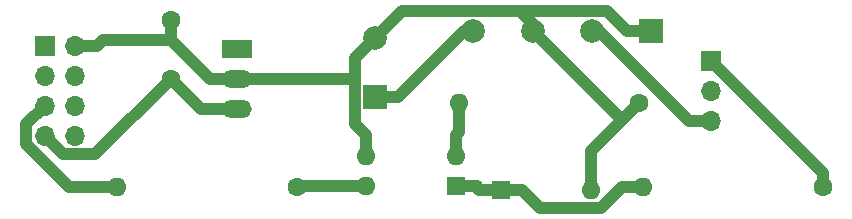
<source format=gbr>
%TF.GenerationSoftware,KiCad,Pcbnew,(5.1.10)-1*%
%TF.CreationDate,2021-06-05T01:35:01+02:00*%
%TF.ProjectId,smart-telefon,736d6172-742d-4746-956c-65666f6e2e6b,1.*%
%TF.SameCoordinates,Original*%
%TF.FileFunction,Copper,L2,Bot*%
%TF.FilePolarity,Positive*%
%FSLAX46Y46*%
G04 Gerber Fmt 4.6, Leading zero omitted, Abs format (unit mm)*
G04 Created by KiCad (PCBNEW (5.1.10)-1) date 2021-06-05 01:35:01*
%MOMM*%
%LPD*%
G01*
G04 APERTURE LIST*
%TA.AperFunction,ComponentPad*%
%ADD10R,2.000000X2.000000*%
%TD*%
%TA.AperFunction,ComponentPad*%
%ADD11C,2.000000*%
%TD*%
%TA.AperFunction,ComponentPad*%
%ADD12C,1.600000*%
%TD*%
%TA.AperFunction,ComponentPad*%
%ADD13R,1.600000X1.600000*%
%TD*%
%TA.AperFunction,ComponentPad*%
%ADD14O,1.600000X1.600000*%
%TD*%
%TA.AperFunction,ComponentPad*%
%ADD15R,1.700000X1.700000*%
%TD*%
%TA.AperFunction,ComponentPad*%
%ADD16O,1.700000X1.700000*%
%TD*%
%TA.AperFunction,ComponentPad*%
%ADD17R,2.500000X1.500000*%
%TD*%
%TA.AperFunction,ComponentPad*%
%ADD18O,2.500000X1.500000*%
%TD*%
%TA.AperFunction,Conductor*%
%ADD19C,1.000000*%
%TD*%
G04 APERTURE END LIST*
D10*
%TO.P,C1,1*%
%TO.N,Net-(C1-Pad1)*%
X114300000Y-69596000D03*
D11*
%TO.P,C1,2*%
%TO.N,/GND*%
X114300000Y-64596000D03*
%TD*%
D12*
%TO.P,C2,1*%
%TO.N,/VCC*%
X97028000Y-68072000D03*
%TO.P,C2,2*%
%TO.N,/GND*%
X97028000Y-63072000D03*
%TD*%
D11*
%TO.P,D1,4*%
%TO.N,Net-(C1-Pad1)*%
X122668000Y-64008000D03*
%TO.P,D1,3*%
%TO.N,/GND*%
X127668000Y-64008000D03*
%TO.P,D1,2*%
%TO.N,/POWER*%
X132668000Y-64008000D03*
D10*
%TO.P,D1,1*%
%TO.N,/GND*%
X137668000Y-64008000D03*
%TD*%
D13*
%TO.P,D2,1*%
%TO.N,Net-(D2-Pad1)*%
X124968000Y-77466000D03*
D14*
%TO.P,D2,2*%
%TO.N,/GND*%
X132588000Y-77466000D03*
%TD*%
D15*
%TO.P,J1,1*%
%TO.N,/RING*%
X142748000Y-66548000D03*
D16*
%TO.P,J1,2*%
%TO.N,/GND*%
X142748000Y-69088000D03*
%TO.P,J1,3*%
%TO.N,/POWER*%
X142748000Y-71628000D03*
%TD*%
D15*
%TO.P,J2,1*%
%TO.N,/TX*%
X86360000Y-65273000D03*
D16*
%TO.P,J2,2*%
%TO.N,/GND*%
X88900000Y-65273000D03*
%TO.P,J2,3*%
%TO.N,/CH_PD*%
X86360000Y-67813000D03*
%TO.P,J2,4*%
%TO.N,/GPIO2*%
X88900000Y-67813000D03*
%TO.P,J2,5*%
%TO.N,/RST*%
X86360000Y-70353000D03*
%TO.P,J2,6*%
%TO.N,/GPIO0*%
X88900000Y-70353000D03*
%TO.P,J2,7*%
%TO.N,/VCC*%
X86360000Y-72893000D03*
%TO.P,J2,8*%
%TO.N,/RX*%
X88900000Y-72893000D03*
%TD*%
D12*
%TO.P,R1,1*%
%TO.N,/RING*%
X152248000Y-77216000D03*
D14*
%TO.P,R1,2*%
%TO.N,Net-(D2-Pad1)*%
X137008000Y-77216000D03*
%TD*%
%TO.P,R2,2*%
%TO.N,Net-(R2-Pad2)*%
X121412000Y-70104000D03*
D12*
%TO.P,R2,1*%
%TO.N,/GND*%
X136652000Y-70104000D03*
%TD*%
%TO.P,R3,1*%
%TO.N,Net-(R3-Pad1)*%
X107696000Y-77216000D03*
D14*
%TO.P,R3,2*%
%TO.N,/RST*%
X92456000Y-77216000D03*
%TD*%
D17*
%TO.P,U1,1*%
%TO.N,Net-(C1-Pad1)*%
X102616000Y-65532000D03*
D18*
%TO.P,U1,2*%
%TO.N,/GND*%
X102616000Y-68072000D03*
%TO.P,U1,3*%
%TO.N,/VCC*%
X102616000Y-70612000D03*
%TD*%
D13*
%TO.P,U2,1*%
%TO.N,Net-(D2-Pad1)*%
X121179000Y-77166000D03*
D14*
%TO.P,U2,3*%
%TO.N,/GND*%
X113559000Y-74626000D03*
%TO.P,U2,2*%
%TO.N,Net-(R2-Pad2)*%
X121179000Y-74626000D03*
%TO.P,U2,4*%
%TO.N,Net-(R3-Pad1)*%
X113559000Y-77166000D03*
%TD*%
D19*
%TO.N,Net-(C1-Pad1)*%
X122668000Y-64008000D02*
X121888000Y-64008000D01*
X121888000Y-64008000D02*
X116300000Y-69596000D01*
X116300000Y-69596000D02*
X114300000Y-69596000D01*
%TO.N,/VCC*%
X97028000Y-68072000D02*
X90653200Y-74446800D01*
X90653200Y-74446800D02*
X87913800Y-74446800D01*
X87913800Y-74446800D02*
X86360000Y-72893000D01*
X102616000Y-70612000D02*
X99568000Y-70612000D01*
X99568000Y-70612000D02*
X97028000Y-68072000D01*
%TO.N,Net-(D2-Pad1)*%
X121179000Y-77166000D02*
X122979000Y-77166000D01*
X122979000Y-77166000D02*
X122979000Y-77277000D01*
X122979000Y-77277000D02*
X123168000Y-77466000D01*
X123168000Y-77466000D02*
X124968000Y-77466000D01*
X137008000Y-77216000D02*
X135208000Y-77216000D01*
X135208000Y-77216000D02*
X133447000Y-78976800D01*
X133447000Y-78976800D02*
X128279000Y-78976800D01*
X128279000Y-78976800D02*
X126768000Y-77466000D01*
X126768000Y-77466000D02*
X124968000Y-77466000D01*
%TO.N,/RST*%
X92456000Y-77216000D02*
X88428700Y-77216000D01*
X88428700Y-77216000D02*
X84798800Y-73586100D01*
X84798800Y-73586100D02*
X84798800Y-71914200D01*
X84798800Y-71914200D02*
X86360000Y-70353000D01*
%TO.N,Net-(R2-Pad2)*%
X121179000Y-74626000D02*
X121179000Y-72826000D01*
X121179000Y-72826000D02*
X121412000Y-72593000D01*
X121412000Y-72593000D02*
X121412000Y-70104000D01*
%TO.N,Net-(R3-Pad1)*%
X113559000Y-77166000D02*
X107746000Y-77166000D01*
X107746000Y-77166000D02*
X107696000Y-77216000D01*
%TO.N,/POWER*%
X142748000Y-71628000D02*
X140898000Y-71628000D01*
X140898000Y-71628000D02*
X133278000Y-64008000D01*
X133278000Y-64008000D02*
X132668000Y-64008000D01*
%TO.N,/RING*%
X152248000Y-77216000D02*
X152248000Y-76048000D01*
X152248000Y-76048000D02*
X142748000Y-66548000D01*
%TO.N,/GND*%
X126582400Y-62292500D02*
X127668000Y-63378100D01*
X127668000Y-63378100D02*
X127668000Y-64008000D01*
X126582400Y-62292500D02*
X116604000Y-62292500D01*
X116604000Y-62292500D02*
X114300000Y-64596000D01*
X137668000Y-64008000D02*
X135668000Y-64008000D01*
X135668000Y-64008000D02*
X133952000Y-62292500D01*
X133952000Y-62292500D02*
X126582400Y-62292500D01*
X97028000Y-64741000D02*
X97028000Y-63072000D01*
X102616000Y-68072000D02*
X100366000Y-68072000D01*
X100366000Y-68072000D02*
X97035000Y-64741000D01*
X97035000Y-64741000D02*
X97028000Y-64741000D01*
X135208000Y-71548000D02*
X127668000Y-64008000D01*
X136652000Y-70104000D02*
X135208000Y-71548000D01*
X135208000Y-71548000D02*
X132588000Y-74168000D01*
X132588000Y-74168000D02*
X132588000Y-77466000D01*
X113559000Y-74626000D02*
X113559000Y-72826000D01*
X113559000Y-72826000D02*
X112600000Y-71866600D01*
X112600000Y-71866600D02*
X112600000Y-68072000D01*
X112600000Y-68072000D02*
X112600000Y-66296400D01*
X112600000Y-66296400D02*
X114300000Y-64596000D01*
X102616000Y-68072000D02*
X112600000Y-68072000D01*
X88900000Y-65273000D02*
X90750000Y-65273000D01*
X90750000Y-65273000D02*
X91282000Y-64741000D01*
X91282000Y-64741000D02*
X97028000Y-64741000D01*
%TD*%
M02*

</source>
